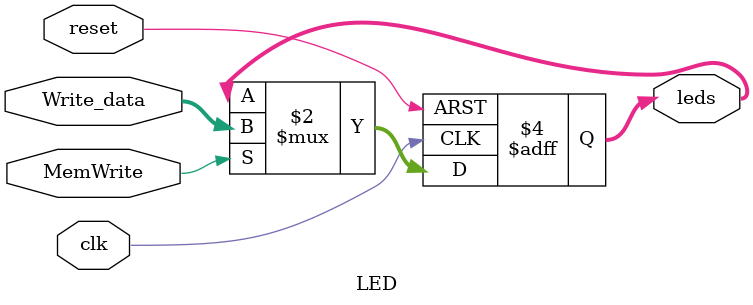
<source format=v>
module LED(reset, clk, Write_data, MemWrite, leds);
	input reset, clk;
	input [7:0] Write_data;
	input MemWrite;
	output reg [7:0] leds;

	always @(posedge reset or posedge clk)
		if (reset) begin
			leds <= 8'h00;
		end else if (MemWrite) begin
			leds <= Write_data;
		end
			
endmodule

</source>
